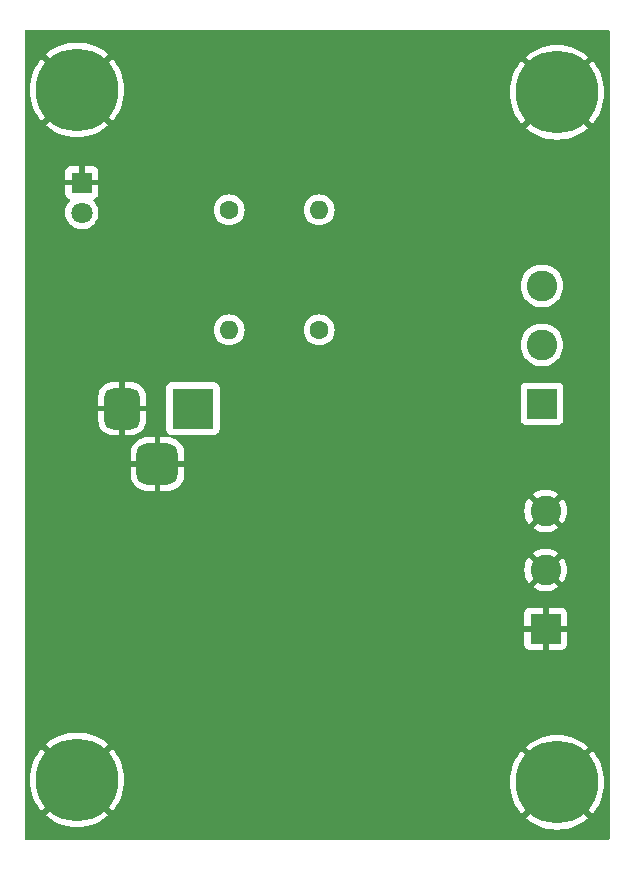
<source format=gbr>
%TF.GenerationSoftware,KiCad,Pcbnew,8.0.4*%
%TF.CreationDate,2024-11-12T18:47:43-08:00*%
%TF.ProjectId,PD Jack_RevA,5044204a-6163-46b5-9f52-6576412e6b69,rev?*%
%TF.SameCoordinates,Original*%
%TF.FileFunction,Copper,L1,Top*%
%TF.FilePolarity,Positive*%
%FSLAX46Y46*%
G04 Gerber Fmt 4.6, Leading zero omitted, Abs format (unit mm)*
G04 Created by KiCad (PCBNEW 8.0.4) date 2024-11-12 18:47:43*
%MOMM*%
%LPD*%
G01*
G04 APERTURE LIST*
G04 Aperture macros list*
%AMRoundRect*
0 Rectangle with rounded corners*
0 $1 Rounding radius*
0 $2 $3 $4 $5 $6 $7 $8 $9 X,Y pos of 4 corners*
0 Add a 4 corners polygon primitive as box body*
4,1,4,$2,$3,$4,$5,$6,$7,$8,$9,$2,$3,0*
0 Add four circle primitives for the rounded corners*
1,1,$1+$1,$2,$3*
1,1,$1+$1,$4,$5*
1,1,$1+$1,$6,$7*
1,1,$1+$1,$8,$9*
0 Add four rect primitives between the rounded corners*
20,1,$1+$1,$2,$3,$4,$5,0*
20,1,$1+$1,$4,$5,$6,$7,0*
20,1,$1+$1,$6,$7,$8,$9,0*
20,1,$1+$1,$8,$9,$2,$3,0*%
G04 Aperture macros list end*
%TA.AperFunction,ComponentPad*%
%ADD10C,7.000000*%
%TD*%
%TA.AperFunction,ComponentPad*%
%ADD11R,1.800000X1.800000*%
%TD*%
%TA.AperFunction,ComponentPad*%
%ADD12C,1.800000*%
%TD*%
%TA.AperFunction,ComponentPad*%
%ADD13R,3.500000X3.500000*%
%TD*%
%TA.AperFunction,ComponentPad*%
%ADD14RoundRect,0.750000X-0.750000X-1.000000X0.750000X-1.000000X0.750000X1.000000X-0.750000X1.000000X0*%
%TD*%
%TA.AperFunction,ComponentPad*%
%ADD15RoundRect,0.875000X-0.875000X-0.875000X0.875000X-0.875000X0.875000X0.875000X-0.875000X0.875000X0*%
%TD*%
%TA.AperFunction,ComponentPad*%
%ADD16C,1.600000*%
%TD*%
%TA.AperFunction,ComponentPad*%
%ADD17O,1.600000X1.600000*%
%TD*%
%TA.AperFunction,ComponentPad*%
%ADD18R,2.600000X2.600000*%
%TD*%
%TA.AperFunction,ComponentPad*%
%ADD19C,2.600000*%
%TD*%
G04 APERTURE END LIST*
D10*
%TO.P,H4,1,1*%
%TO.N,GND*%
X124460000Y-130810000D03*
%TD*%
D11*
%TO.P,D1,1,K*%
%TO.N,GND*%
X124865000Y-80237000D03*
D12*
%TO.P,D1,2,A*%
%TO.N,Net-(D1-A)*%
X124865000Y-82777000D03*
%TD*%
D13*
%TO.P,J1,1*%
%TO.N,18V*%
X134270000Y-99372500D03*
D14*
%TO.P,J1,2*%
%TO.N,GND*%
X128270000Y-99372500D03*
D15*
%TO.P,J1,3*%
X131270000Y-104072500D03*
%TD*%
D16*
%TO.P,R1,1*%
%TO.N,18V*%
X144958000Y-92710000D03*
D17*
%TO.P,R1,2*%
%TO.N,Net-(R1-Pad2)*%
X144958000Y-82550000D03*
%TD*%
D18*
%TO.P,(-)J3,1,Pin_1*%
%TO.N,GND*%
X164135000Y-118030000D03*
D19*
%TO.P,(-)J3,2,Pin_2*%
X164135000Y-113030000D03*
%TO.P,(-)J3,3,Pin_3*%
X164135000Y-108030000D03*
%TD*%
D10*
%TO.P,H2,1,1*%
%TO.N,GND*%
X165100000Y-131017000D03*
%TD*%
%TO.P,H1,1,1*%
%TO.N,GND*%
X165100000Y-72597000D03*
%TD*%
%TO.P,H3,1,1*%
%TO.N,GND*%
X124460000Y-72390000D03*
%TD*%
D18*
%TO.P,(+)J2,1,Pin_1*%
%TO.N,18V*%
X163830000Y-98980000D03*
D19*
%TO.P,(+)J2,2,Pin_2*%
X163830000Y-93980000D03*
%TO.P,(+)J2,3,Pin_3*%
X163830000Y-88980000D03*
%TD*%
D16*
%TO.P,R2,1*%
%TO.N,Net-(R1-Pad2)*%
X137338000Y-82550000D03*
D17*
%TO.P,R2,2*%
%TO.N,Net-(D1-A)*%
X137338000Y-92710000D03*
%TD*%
%TA.AperFunction,Conductor*%
%TO.N,GND*%
G36*
X169488039Y-67329685D02*
G01*
X169533794Y-67382489D01*
X169545000Y-67434000D01*
X169545000Y-135766000D01*
X169525315Y-135833039D01*
X169472511Y-135878794D01*
X169421000Y-135890000D01*
X120139000Y-135890000D01*
X120071961Y-135870315D01*
X120026206Y-135817511D01*
X120015000Y-135766000D01*
X120015000Y-130810000D01*
X120455176Y-130810000D01*
X120474461Y-131202550D01*
X120532129Y-131591308D01*
X120627625Y-131972549D01*
X120760016Y-132342559D01*
X120760023Y-132342575D01*
X120928062Y-132697864D01*
X121130109Y-133034958D01*
X121364228Y-133350632D01*
X121460068Y-133456376D01*
X121460069Y-133456376D01*
X123058381Y-131858064D01*
X123141457Y-131966331D01*
X123303669Y-132128543D01*
X123411934Y-132211617D01*
X121813622Y-133809929D01*
X121813622Y-133809930D01*
X121919367Y-133905771D01*
X122235041Y-134139890D01*
X122572135Y-134341937D01*
X122927424Y-134509976D01*
X122927440Y-134509983D01*
X123297450Y-134642374D01*
X123678691Y-134737870D01*
X124067449Y-134795538D01*
X124460000Y-134814823D01*
X124852550Y-134795538D01*
X125241308Y-134737870D01*
X125622549Y-134642374D01*
X125992559Y-134509983D01*
X125992575Y-134509976D01*
X126347864Y-134341937D01*
X126684958Y-134139890D01*
X127000632Y-133905770D01*
X127106376Y-133809929D01*
X125508065Y-132211618D01*
X125616331Y-132128543D01*
X125778543Y-131966331D01*
X125861618Y-131858065D01*
X127459929Y-133456376D01*
X127555770Y-133350632D01*
X127789890Y-133034958D01*
X127991937Y-132697864D01*
X128159976Y-132342575D01*
X128159983Y-132342559D01*
X128292374Y-131972549D01*
X128387870Y-131591308D01*
X128445538Y-131202550D01*
X128454654Y-131017000D01*
X161095176Y-131017000D01*
X161114461Y-131409550D01*
X161172129Y-131798308D01*
X161267625Y-132179549D01*
X161400016Y-132549559D01*
X161400023Y-132549575D01*
X161568062Y-132904864D01*
X161770109Y-133241958D01*
X162004228Y-133557632D01*
X162100068Y-133663376D01*
X162100069Y-133663376D01*
X163698381Y-132065064D01*
X163781457Y-132173331D01*
X163943669Y-132335543D01*
X164051934Y-132418617D01*
X162453622Y-134016929D01*
X162453622Y-134016930D01*
X162559367Y-134112771D01*
X162875041Y-134346890D01*
X163212135Y-134548937D01*
X163567424Y-134716976D01*
X163567440Y-134716983D01*
X163937450Y-134849374D01*
X164318691Y-134944870D01*
X164707449Y-135002538D01*
X165100000Y-135021823D01*
X165492550Y-135002538D01*
X165881308Y-134944870D01*
X166262549Y-134849374D01*
X166632559Y-134716983D01*
X166632575Y-134716976D01*
X166987864Y-134548937D01*
X167324958Y-134346890D01*
X167640632Y-134112770D01*
X167746376Y-134016929D01*
X166148065Y-132418618D01*
X166256331Y-132335543D01*
X166418543Y-132173331D01*
X166501618Y-132065065D01*
X168099929Y-133663376D01*
X168195770Y-133557632D01*
X168429890Y-133241958D01*
X168631937Y-132904864D01*
X168799976Y-132549575D01*
X168799983Y-132549559D01*
X168932374Y-132179549D01*
X169027870Y-131798308D01*
X169085538Y-131409550D01*
X169104823Y-131017000D01*
X169085538Y-130624449D01*
X169027870Y-130235691D01*
X168932374Y-129854450D01*
X168799983Y-129484440D01*
X168799976Y-129484424D01*
X168631937Y-129129135D01*
X168429890Y-128792041D01*
X168195771Y-128476367D01*
X168099930Y-128370622D01*
X168099929Y-128370622D01*
X166501617Y-129968934D01*
X166418543Y-129860669D01*
X166256331Y-129698457D01*
X166148065Y-129615381D01*
X167746376Y-128017069D01*
X167746376Y-128017068D01*
X167640632Y-127921228D01*
X167324958Y-127687109D01*
X166987864Y-127485062D01*
X166632575Y-127317023D01*
X166632559Y-127317016D01*
X166262549Y-127184625D01*
X165881308Y-127089129D01*
X165492550Y-127031461D01*
X165100000Y-127012176D01*
X164707449Y-127031461D01*
X164318691Y-127089129D01*
X163937450Y-127184625D01*
X163567440Y-127317016D01*
X163567424Y-127317023D01*
X163212135Y-127485062D01*
X162875041Y-127687109D01*
X162559368Y-127921228D01*
X162453622Y-128017069D01*
X164051934Y-129615381D01*
X163943669Y-129698457D01*
X163781457Y-129860669D01*
X163698382Y-129968934D01*
X162100069Y-128370622D01*
X162004228Y-128476368D01*
X161770109Y-128792041D01*
X161568062Y-129129135D01*
X161400023Y-129484424D01*
X161400016Y-129484440D01*
X161267625Y-129854450D01*
X161172129Y-130235691D01*
X161114461Y-130624449D01*
X161095176Y-131017000D01*
X128454654Y-131017000D01*
X128464823Y-130810000D01*
X128445538Y-130417449D01*
X128387870Y-130028691D01*
X128292374Y-129647450D01*
X128159983Y-129277440D01*
X128159976Y-129277424D01*
X127991937Y-128922135D01*
X127789890Y-128585041D01*
X127555771Y-128269367D01*
X127459930Y-128163622D01*
X127459929Y-128163622D01*
X125861617Y-129761934D01*
X125778543Y-129653669D01*
X125616331Y-129491457D01*
X125508065Y-129408381D01*
X127106376Y-127810069D01*
X127106376Y-127810068D01*
X127000632Y-127714228D01*
X126684958Y-127480109D01*
X126347864Y-127278062D01*
X125992575Y-127110023D01*
X125992559Y-127110016D01*
X125622549Y-126977625D01*
X125241308Y-126882129D01*
X124852550Y-126824461D01*
X124460000Y-126805176D01*
X124067449Y-126824461D01*
X123678691Y-126882129D01*
X123297450Y-126977625D01*
X122927440Y-127110016D01*
X122927424Y-127110023D01*
X122572135Y-127278062D01*
X122235041Y-127480109D01*
X121919368Y-127714228D01*
X121813622Y-127810069D01*
X123411934Y-129408381D01*
X123303669Y-129491457D01*
X123141457Y-129653669D01*
X123058381Y-129761934D01*
X121460069Y-128163622D01*
X121364228Y-128269368D01*
X121130109Y-128585041D01*
X120928062Y-128922135D01*
X120760023Y-129277424D01*
X120760016Y-129277440D01*
X120627625Y-129647450D01*
X120532129Y-130028691D01*
X120474461Y-130417449D01*
X120455176Y-130810000D01*
X120015000Y-130810000D01*
X120015000Y-116682155D01*
X162335000Y-116682155D01*
X162335000Y-117780000D01*
X163534999Y-117780000D01*
X163509979Y-117840402D01*
X163485000Y-117965981D01*
X163485000Y-118094019D01*
X163509979Y-118219598D01*
X163534999Y-118280000D01*
X162335000Y-118280000D01*
X162335000Y-119377844D01*
X162341401Y-119437372D01*
X162341403Y-119437379D01*
X162391645Y-119572086D01*
X162391649Y-119572093D01*
X162477809Y-119687187D01*
X162477812Y-119687190D01*
X162592906Y-119773350D01*
X162592913Y-119773354D01*
X162727620Y-119823596D01*
X162727627Y-119823598D01*
X162787155Y-119829999D01*
X162787172Y-119830000D01*
X163885000Y-119830000D01*
X163885000Y-118630001D01*
X163945402Y-118655021D01*
X164070981Y-118680000D01*
X164199019Y-118680000D01*
X164324598Y-118655021D01*
X164385000Y-118630001D01*
X164385000Y-119830000D01*
X165482828Y-119830000D01*
X165482844Y-119829999D01*
X165542372Y-119823598D01*
X165542379Y-119823596D01*
X165677086Y-119773354D01*
X165677093Y-119773350D01*
X165792187Y-119687190D01*
X165792190Y-119687187D01*
X165878350Y-119572093D01*
X165878354Y-119572086D01*
X165928596Y-119437379D01*
X165928598Y-119437372D01*
X165934999Y-119377844D01*
X165935000Y-119377827D01*
X165935000Y-118280000D01*
X164735001Y-118280000D01*
X164760021Y-118219598D01*
X164785000Y-118094019D01*
X164785000Y-117965981D01*
X164760021Y-117840402D01*
X164735001Y-117780000D01*
X165935000Y-117780000D01*
X165935000Y-116682172D01*
X165934999Y-116682155D01*
X165928598Y-116622627D01*
X165928596Y-116622620D01*
X165878354Y-116487913D01*
X165878350Y-116487906D01*
X165792190Y-116372812D01*
X165792187Y-116372809D01*
X165677093Y-116286649D01*
X165677086Y-116286645D01*
X165542379Y-116236403D01*
X165542372Y-116236401D01*
X165482844Y-116230000D01*
X164385000Y-116230000D01*
X164385000Y-117429998D01*
X164324598Y-117404979D01*
X164199019Y-117380000D01*
X164070981Y-117380000D01*
X163945402Y-117404979D01*
X163885000Y-117429998D01*
X163885000Y-116230000D01*
X162787155Y-116230000D01*
X162727627Y-116236401D01*
X162727620Y-116236403D01*
X162592913Y-116286645D01*
X162592906Y-116286649D01*
X162477812Y-116372809D01*
X162477809Y-116372812D01*
X162391649Y-116487906D01*
X162391645Y-116487913D01*
X162341403Y-116622620D01*
X162341401Y-116622627D01*
X162335000Y-116682155D01*
X120015000Y-116682155D01*
X120015000Y-113029995D01*
X162329953Y-113029995D01*
X162329953Y-113030004D01*
X162350113Y-113299026D01*
X162350113Y-113299028D01*
X162410142Y-113562033D01*
X162410148Y-113562052D01*
X162508709Y-113813181D01*
X162508708Y-113813181D01*
X162643602Y-114046822D01*
X162697294Y-114114151D01*
X162697295Y-114114151D01*
X163533958Y-113277488D01*
X163558978Y-113337890D01*
X163630112Y-113444351D01*
X163720649Y-113534888D01*
X163827110Y-113606022D01*
X163887510Y-113631041D01*
X163049848Y-114468702D01*
X163232483Y-114593220D01*
X163232485Y-114593221D01*
X163475539Y-114710269D01*
X163475537Y-114710269D01*
X163733337Y-114789790D01*
X163733343Y-114789792D01*
X164000101Y-114829999D01*
X164000110Y-114830000D01*
X164269890Y-114830000D01*
X164269898Y-114829999D01*
X164536656Y-114789792D01*
X164536662Y-114789790D01*
X164794461Y-114710269D01*
X165037521Y-114593218D01*
X165220150Y-114468702D01*
X164382488Y-113631041D01*
X164442890Y-113606022D01*
X164549351Y-113534888D01*
X164639888Y-113444351D01*
X164711022Y-113337890D01*
X164736041Y-113277489D01*
X165572703Y-114114151D01*
X165572704Y-114114150D01*
X165626393Y-114046828D01*
X165626400Y-114046817D01*
X165761290Y-113813181D01*
X165859851Y-113562052D01*
X165859857Y-113562033D01*
X165919886Y-113299028D01*
X165919886Y-113299026D01*
X165940047Y-113030004D01*
X165940047Y-113029995D01*
X165919886Y-112760973D01*
X165919886Y-112760971D01*
X165859857Y-112497966D01*
X165859851Y-112497947D01*
X165761290Y-112246818D01*
X165761291Y-112246818D01*
X165626397Y-112013177D01*
X165572704Y-111945847D01*
X164736041Y-112782510D01*
X164711022Y-112722110D01*
X164639888Y-112615649D01*
X164549351Y-112525112D01*
X164442890Y-112453978D01*
X164382488Y-112428958D01*
X165220150Y-111591296D01*
X165037517Y-111466779D01*
X165037516Y-111466778D01*
X164794460Y-111349730D01*
X164794462Y-111349730D01*
X164536662Y-111270209D01*
X164536656Y-111270207D01*
X164269898Y-111230000D01*
X164000101Y-111230000D01*
X163733343Y-111270207D01*
X163733337Y-111270209D01*
X163475538Y-111349730D01*
X163232485Y-111466778D01*
X163232476Y-111466783D01*
X163049848Y-111591296D01*
X163887511Y-112428958D01*
X163827110Y-112453978D01*
X163720649Y-112525112D01*
X163630112Y-112615649D01*
X163558978Y-112722110D01*
X163533958Y-112782511D01*
X162697295Y-111945848D01*
X162643600Y-112013180D01*
X162508709Y-112246818D01*
X162410148Y-112497947D01*
X162410142Y-112497966D01*
X162350113Y-112760971D01*
X162350113Y-112760973D01*
X162329953Y-113029995D01*
X120015000Y-113029995D01*
X120015000Y-108029995D01*
X162329953Y-108029995D01*
X162329953Y-108030004D01*
X162350113Y-108299026D01*
X162350113Y-108299028D01*
X162410142Y-108562033D01*
X162410148Y-108562052D01*
X162508709Y-108813181D01*
X162508708Y-108813181D01*
X162643602Y-109046822D01*
X162697294Y-109114151D01*
X162697295Y-109114151D01*
X163533958Y-108277488D01*
X163558978Y-108337890D01*
X163630112Y-108444351D01*
X163720649Y-108534888D01*
X163827110Y-108606022D01*
X163887510Y-108631041D01*
X163049848Y-109468702D01*
X163232483Y-109593220D01*
X163232485Y-109593221D01*
X163475539Y-109710269D01*
X163475537Y-109710269D01*
X163733337Y-109789790D01*
X163733343Y-109789792D01*
X164000101Y-109829999D01*
X164000110Y-109830000D01*
X164269890Y-109830000D01*
X164269898Y-109829999D01*
X164536656Y-109789792D01*
X164536662Y-109789790D01*
X164794461Y-109710269D01*
X165037521Y-109593218D01*
X165220150Y-109468702D01*
X164382488Y-108631041D01*
X164442890Y-108606022D01*
X164549351Y-108534888D01*
X164639888Y-108444351D01*
X164711022Y-108337890D01*
X164736041Y-108277489D01*
X165572703Y-109114151D01*
X165572704Y-109114150D01*
X165626393Y-109046828D01*
X165626400Y-109046817D01*
X165761290Y-108813181D01*
X165859851Y-108562052D01*
X165859857Y-108562033D01*
X165919886Y-108299028D01*
X165919886Y-108299026D01*
X165940047Y-108030004D01*
X165940047Y-108029995D01*
X165919886Y-107760973D01*
X165919886Y-107760971D01*
X165859857Y-107497966D01*
X165859851Y-107497947D01*
X165761290Y-107246818D01*
X165761291Y-107246818D01*
X165626397Y-107013177D01*
X165572704Y-106945847D01*
X164736041Y-107782510D01*
X164711022Y-107722110D01*
X164639888Y-107615649D01*
X164549351Y-107525112D01*
X164442890Y-107453978D01*
X164382488Y-107428958D01*
X165220150Y-106591296D01*
X165037517Y-106466779D01*
X165037516Y-106466778D01*
X164794460Y-106349730D01*
X164794462Y-106349730D01*
X164536662Y-106270209D01*
X164536656Y-106270207D01*
X164269898Y-106230000D01*
X164000101Y-106230000D01*
X163733343Y-106270207D01*
X163733337Y-106270209D01*
X163475538Y-106349730D01*
X163232485Y-106466778D01*
X163232476Y-106466783D01*
X163049848Y-106591296D01*
X163887511Y-107428958D01*
X163827110Y-107453978D01*
X163720649Y-107525112D01*
X163630112Y-107615649D01*
X163558978Y-107722110D01*
X163533958Y-107782511D01*
X162697295Y-106945848D01*
X162643600Y-107013180D01*
X162508709Y-107246818D01*
X162410148Y-107497947D01*
X162410142Y-107497966D01*
X162350113Y-107760971D01*
X162350113Y-107760973D01*
X162329953Y-108029995D01*
X120015000Y-108029995D01*
X120015000Y-103103921D01*
X129020000Y-103103921D01*
X129020000Y-103822500D01*
X129836988Y-103822500D01*
X129804075Y-103879507D01*
X129770000Y-104006674D01*
X129770000Y-104138326D01*
X129804075Y-104265493D01*
X129836988Y-104322500D01*
X129020001Y-104322500D01*
X129020001Y-105041088D01*
X129022794Y-105093691D01*
X129067237Y-105323487D01*
X129149879Y-105542475D01*
X129268339Y-105744341D01*
X129268344Y-105744348D01*
X129419211Y-105923286D01*
X129419213Y-105923288D01*
X129598151Y-106074155D01*
X129598158Y-106074160D01*
X129800024Y-106192620D01*
X130019012Y-106275262D01*
X130248809Y-106319705D01*
X130301382Y-106322498D01*
X130301421Y-106322499D01*
X131019999Y-106322499D01*
X131020000Y-106322498D01*
X131020000Y-104572500D01*
X131520000Y-104572500D01*
X131520000Y-106322499D01*
X132238576Y-106322499D01*
X132238588Y-106322498D01*
X132291191Y-106319705D01*
X132520987Y-106275262D01*
X132739975Y-106192620D01*
X132941841Y-106074160D01*
X132941848Y-106074155D01*
X133120786Y-105923288D01*
X133120788Y-105923286D01*
X133271655Y-105744348D01*
X133271660Y-105744341D01*
X133390120Y-105542475D01*
X133472762Y-105323487D01*
X133517205Y-105093691D01*
X133517205Y-105093690D01*
X133519998Y-105041117D01*
X133520000Y-105041078D01*
X133520000Y-104322500D01*
X132703012Y-104322500D01*
X132735925Y-104265493D01*
X132770000Y-104138326D01*
X132770000Y-104006674D01*
X132735925Y-103879507D01*
X132703012Y-103822500D01*
X133519999Y-103822500D01*
X133519999Y-103103923D01*
X133519998Y-103103911D01*
X133517205Y-103051308D01*
X133472762Y-102821512D01*
X133390120Y-102602524D01*
X133271660Y-102400658D01*
X133271655Y-102400651D01*
X133120788Y-102221713D01*
X133120786Y-102221711D01*
X132941848Y-102070844D01*
X132941841Y-102070839D01*
X132739975Y-101952379D01*
X132520984Y-101869736D01*
X132515840Y-101868741D01*
X132453760Y-101836680D01*
X132418869Y-101776146D01*
X132422244Y-101706358D01*
X132462814Y-101649473D01*
X132527697Y-101623552D01*
X132539374Y-101622999D01*
X136067872Y-101622999D01*
X136127483Y-101616591D01*
X136262331Y-101566296D01*
X136377546Y-101480046D01*
X136463796Y-101364831D01*
X136514091Y-101229983D01*
X136520500Y-101170373D01*
X136520499Y-97632135D01*
X162029500Y-97632135D01*
X162029500Y-100327870D01*
X162029501Y-100327876D01*
X162035908Y-100387483D01*
X162086202Y-100522328D01*
X162086206Y-100522335D01*
X162172452Y-100637544D01*
X162172455Y-100637547D01*
X162287664Y-100723793D01*
X162287671Y-100723797D01*
X162422517Y-100774091D01*
X162422516Y-100774091D01*
X162429444Y-100774835D01*
X162482127Y-100780500D01*
X165177872Y-100780499D01*
X165237483Y-100774091D01*
X165372331Y-100723796D01*
X165487546Y-100637546D01*
X165573796Y-100522331D01*
X165624091Y-100387483D01*
X165630500Y-100327873D01*
X165630499Y-97632128D01*
X165624091Y-97572517D01*
X165622467Y-97568164D01*
X165573797Y-97437671D01*
X165573793Y-97437664D01*
X165487547Y-97322455D01*
X165487544Y-97322452D01*
X165372335Y-97236206D01*
X165372328Y-97236202D01*
X165237482Y-97185908D01*
X165237483Y-97185908D01*
X165177883Y-97179501D01*
X165177881Y-97179500D01*
X165177873Y-97179500D01*
X165177864Y-97179500D01*
X162482129Y-97179500D01*
X162482123Y-97179501D01*
X162422516Y-97185908D01*
X162287671Y-97236202D01*
X162287664Y-97236206D01*
X162172455Y-97322452D01*
X162172452Y-97322455D01*
X162086206Y-97437664D01*
X162086202Y-97437671D01*
X162035908Y-97572517D01*
X162029501Y-97632116D01*
X162029501Y-97632123D01*
X162029500Y-97632135D01*
X136520499Y-97632135D01*
X136520499Y-97574628D01*
X136514091Y-97515017D01*
X136485240Y-97437664D01*
X136463797Y-97380171D01*
X136463793Y-97380164D01*
X136377547Y-97264955D01*
X136377544Y-97264952D01*
X136262335Y-97178706D01*
X136262328Y-97178702D01*
X136127482Y-97128408D01*
X136127483Y-97128408D01*
X136067883Y-97122001D01*
X136067881Y-97122000D01*
X136067873Y-97122000D01*
X136067864Y-97122000D01*
X132472129Y-97122000D01*
X132472123Y-97122001D01*
X132412516Y-97128408D01*
X132277671Y-97178702D01*
X132277664Y-97178706D01*
X132162455Y-97264952D01*
X132162452Y-97264955D01*
X132076206Y-97380164D01*
X132076202Y-97380171D01*
X132025908Y-97515017D01*
X132019727Y-97572516D01*
X132019501Y-97574623D01*
X132019500Y-97574635D01*
X132019500Y-101170370D01*
X132019501Y-101170376D01*
X132025908Y-101229983D01*
X132076202Y-101364828D01*
X132076206Y-101364835D01*
X132162452Y-101480044D01*
X132162455Y-101480047D01*
X132277664Y-101566293D01*
X132277673Y-101566298D01*
X132326506Y-101584511D01*
X132382440Y-101626381D01*
X132406858Y-101691845D01*
X132392007Y-101760118D01*
X132342603Y-101809524D01*
X132276598Y-101824518D01*
X132238625Y-101822501D01*
X132238579Y-101822500D01*
X131520000Y-101822500D01*
X131520000Y-103572500D01*
X131020000Y-103572500D01*
X131020000Y-101822500D01*
X130301423Y-101822500D01*
X130301411Y-101822501D01*
X130248808Y-101825294D01*
X130019012Y-101869737D01*
X129800024Y-101952379D01*
X129598158Y-102070839D01*
X129598151Y-102070844D01*
X129419213Y-102221711D01*
X129419211Y-102221713D01*
X129268344Y-102400651D01*
X129268339Y-102400658D01*
X129149879Y-102602524D01*
X129067237Y-102821512D01*
X129022794Y-103051308D01*
X129022794Y-103051309D01*
X129020001Y-103103882D01*
X129020000Y-103103921D01*
X120015000Y-103103921D01*
X120015000Y-98308303D01*
X126270000Y-98308303D01*
X126270000Y-99122500D01*
X127770000Y-99122500D01*
X127770000Y-99622500D01*
X126270001Y-99622500D01*
X126270001Y-100436697D01*
X126280400Y-100568832D01*
X126335377Y-100787019D01*
X126428428Y-100991874D01*
X126428431Y-100991880D01*
X126556559Y-101176823D01*
X126556569Y-101176835D01*
X126715664Y-101335930D01*
X126715676Y-101335940D01*
X126900619Y-101464068D01*
X126900625Y-101464071D01*
X127105480Y-101557122D01*
X127323667Y-101612099D01*
X127455810Y-101622499D01*
X128019999Y-101622499D01*
X128020000Y-101622498D01*
X128020000Y-100805512D01*
X128077007Y-100838425D01*
X128204174Y-100872500D01*
X128335826Y-100872500D01*
X128462993Y-100838425D01*
X128520000Y-100805512D01*
X128520000Y-101622499D01*
X129084182Y-101622499D01*
X129084197Y-101622498D01*
X129216332Y-101612099D01*
X129434519Y-101557122D01*
X129639374Y-101464071D01*
X129639380Y-101464068D01*
X129824323Y-101335940D01*
X129824335Y-101335930D01*
X129983430Y-101176835D01*
X129983440Y-101176823D01*
X130111568Y-100991880D01*
X130111571Y-100991874D01*
X130204622Y-100787019D01*
X130259599Y-100568832D01*
X130269999Y-100436696D01*
X130270000Y-100436684D01*
X130270000Y-99622500D01*
X128770000Y-99622500D01*
X128770000Y-99122500D01*
X130269999Y-99122500D01*
X130269999Y-98308317D01*
X130269998Y-98308302D01*
X130259599Y-98176167D01*
X130204622Y-97957980D01*
X130111571Y-97753125D01*
X130111568Y-97753119D01*
X129983440Y-97568176D01*
X129983430Y-97568164D01*
X129824335Y-97409069D01*
X129824323Y-97409059D01*
X129639380Y-97280931D01*
X129639374Y-97280928D01*
X129434519Y-97187877D01*
X129216332Y-97132900D01*
X129084196Y-97122500D01*
X128520000Y-97122500D01*
X128520000Y-97939488D01*
X128462993Y-97906575D01*
X128335826Y-97872500D01*
X128204174Y-97872500D01*
X128077007Y-97906575D01*
X128020000Y-97939488D01*
X128020000Y-97122500D01*
X127455817Y-97122500D01*
X127455802Y-97122501D01*
X127323667Y-97132900D01*
X127105480Y-97187877D01*
X126900625Y-97280928D01*
X126900619Y-97280931D01*
X126715676Y-97409059D01*
X126715664Y-97409069D01*
X126556569Y-97568164D01*
X126556559Y-97568176D01*
X126428431Y-97753119D01*
X126428428Y-97753125D01*
X126335377Y-97957980D01*
X126280400Y-98176167D01*
X126270000Y-98308303D01*
X120015000Y-98308303D01*
X120015000Y-92709998D01*
X136032532Y-92709998D01*
X136032532Y-92710001D01*
X136052364Y-92936686D01*
X136052366Y-92936697D01*
X136111258Y-93156488D01*
X136111261Y-93156497D01*
X136207431Y-93362732D01*
X136207432Y-93362734D01*
X136337954Y-93549141D01*
X136498858Y-93710045D01*
X136498861Y-93710047D01*
X136685266Y-93840568D01*
X136891504Y-93936739D01*
X137111308Y-93995635D01*
X137273230Y-94009801D01*
X137337998Y-94015468D01*
X137338000Y-94015468D01*
X137338002Y-94015468D01*
X137394673Y-94010509D01*
X137564692Y-93995635D01*
X137784496Y-93936739D01*
X137990734Y-93840568D01*
X138177139Y-93710047D01*
X138338047Y-93549139D01*
X138468568Y-93362734D01*
X138564739Y-93156496D01*
X138623635Y-92936692D01*
X138643468Y-92710000D01*
X138643468Y-92709998D01*
X143652532Y-92709998D01*
X143652532Y-92710001D01*
X143672364Y-92936686D01*
X143672366Y-92936697D01*
X143731258Y-93156488D01*
X143731261Y-93156497D01*
X143827431Y-93362732D01*
X143827432Y-93362734D01*
X143957954Y-93549141D01*
X144118858Y-93710045D01*
X144118861Y-93710047D01*
X144305266Y-93840568D01*
X144511504Y-93936739D01*
X144731308Y-93995635D01*
X144893230Y-94009801D01*
X144957998Y-94015468D01*
X144958000Y-94015468D01*
X144958002Y-94015468D01*
X145014673Y-94010509D01*
X145184692Y-93995635D01*
X145243062Y-93979995D01*
X162024451Y-93979995D01*
X162024451Y-93980004D01*
X162044616Y-94249101D01*
X162104664Y-94512188D01*
X162104666Y-94512195D01*
X162203257Y-94763398D01*
X162338185Y-94997102D01*
X162474080Y-95167509D01*
X162506442Y-95208089D01*
X162693183Y-95381358D01*
X162704259Y-95391635D01*
X162927226Y-95543651D01*
X163170359Y-95660738D01*
X163428228Y-95740280D01*
X163428229Y-95740280D01*
X163428232Y-95740281D01*
X163695063Y-95780499D01*
X163695068Y-95780499D01*
X163695071Y-95780500D01*
X163695072Y-95780500D01*
X163964928Y-95780500D01*
X163964929Y-95780500D01*
X163964936Y-95780499D01*
X164231767Y-95740281D01*
X164231768Y-95740280D01*
X164231772Y-95740280D01*
X164489641Y-95660738D01*
X164732775Y-95543651D01*
X164955741Y-95391635D01*
X165153561Y-95208085D01*
X165321815Y-94997102D01*
X165456743Y-94763398D01*
X165555334Y-94512195D01*
X165615383Y-94249103D01*
X165632891Y-94015468D01*
X165635549Y-93980004D01*
X165635549Y-93979995D01*
X165615383Y-93710898D01*
X165615189Y-93710047D01*
X165555334Y-93447805D01*
X165456743Y-93196602D01*
X165321815Y-92962898D01*
X165153561Y-92751915D01*
X165153560Y-92751914D01*
X165153557Y-92751910D01*
X164955741Y-92568365D01*
X164732775Y-92416349D01*
X164732769Y-92416346D01*
X164732768Y-92416345D01*
X164732767Y-92416344D01*
X164489643Y-92299263D01*
X164489645Y-92299263D01*
X164231773Y-92219720D01*
X164231767Y-92219718D01*
X163964936Y-92179500D01*
X163964929Y-92179500D01*
X163695071Y-92179500D01*
X163695063Y-92179500D01*
X163428232Y-92219718D01*
X163428226Y-92219720D01*
X163170358Y-92299262D01*
X162927230Y-92416346D01*
X162704258Y-92568365D01*
X162506442Y-92751910D01*
X162338185Y-92962898D01*
X162203258Y-93196599D01*
X162203256Y-93196603D01*
X162104666Y-93447804D01*
X162104664Y-93447811D01*
X162044616Y-93710898D01*
X162024451Y-93979995D01*
X145243062Y-93979995D01*
X145404496Y-93936739D01*
X145610734Y-93840568D01*
X145797139Y-93710047D01*
X145958047Y-93549139D01*
X146088568Y-93362734D01*
X146184739Y-93156496D01*
X146243635Y-92936692D01*
X146263468Y-92710000D01*
X146243635Y-92483308D01*
X146184739Y-92263504D01*
X146088568Y-92057266D01*
X145958047Y-91870861D01*
X145958045Y-91870858D01*
X145797141Y-91709954D01*
X145610734Y-91579432D01*
X145610732Y-91579431D01*
X145404497Y-91483261D01*
X145404488Y-91483258D01*
X145184697Y-91424366D01*
X145184693Y-91424365D01*
X145184692Y-91424365D01*
X145184691Y-91424364D01*
X145184686Y-91424364D01*
X144958002Y-91404532D01*
X144957998Y-91404532D01*
X144731313Y-91424364D01*
X144731302Y-91424366D01*
X144511511Y-91483258D01*
X144511502Y-91483261D01*
X144305267Y-91579431D01*
X144305265Y-91579432D01*
X144118858Y-91709954D01*
X143957954Y-91870858D01*
X143827432Y-92057265D01*
X143827431Y-92057267D01*
X143731261Y-92263502D01*
X143731258Y-92263511D01*
X143672366Y-92483302D01*
X143672364Y-92483313D01*
X143652532Y-92709998D01*
X138643468Y-92709998D01*
X138623635Y-92483308D01*
X138564739Y-92263504D01*
X138468568Y-92057266D01*
X138338047Y-91870861D01*
X138338045Y-91870858D01*
X138177141Y-91709954D01*
X137990734Y-91579432D01*
X137990732Y-91579431D01*
X137784497Y-91483261D01*
X137784488Y-91483258D01*
X137564697Y-91424366D01*
X137564693Y-91424365D01*
X137564692Y-91424365D01*
X137564691Y-91424364D01*
X137564686Y-91424364D01*
X137338002Y-91404532D01*
X137337998Y-91404532D01*
X137111313Y-91424364D01*
X137111302Y-91424366D01*
X136891511Y-91483258D01*
X136891502Y-91483261D01*
X136685267Y-91579431D01*
X136685265Y-91579432D01*
X136498858Y-91709954D01*
X136337954Y-91870858D01*
X136207432Y-92057265D01*
X136207431Y-92057267D01*
X136111261Y-92263502D01*
X136111258Y-92263511D01*
X136052366Y-92483302D01*
X136052364Y-92483313D01*
X136032532Y-92709998D01*
X120015000Y-92709998D01*
X120015000Y-88979995D01*
X162024451Y-88979995D01*
X162024451Y-88980004D01*
X162044616Y-89249101D01*
X162104664Y-89512188D01*
X162104666Y-89512195D01*
X162203257Y-89763398D01*
X162338185Y-89997102D01*
X162474080Y-90167509D01*
X162506442Y-90208089D01*
X162693183Y-90381358D01*
X162704259Y-90391635D01*
X162927226Y-90543651D01*
X163170359Y-90660738D01*
X163428228Y-90740280D01*
X163428229Y-90740280D01*
X163428232Y-90740281D01*
X163695063Y-90780499D01*
X163695068Y-90780499D01*
X163695071Y-90780500D01*
X163695072Y-90780500D01*
X163964928Y-90780500D01*
X163964929Y-90780500D01*
X163964936Y-90780499D01*
X164231767Y-90740281D01*
X164231768Y-90740280D01*
X164231772Y-90740280D01*
X164489641Y-90660738D01*
X164732775Y-90543651D01*
X164955741Y-90391635D01*
X165153561Y-90208085D01*
X165321815Y-89997102D01*
X165456743Y-89763398D01*
X165555334Y-89512195D01*
X165615383Y-89249103D01*
X165635549Y-88980000D01*
X165615383Y-88710897D01*
X165555334Y-88447805D01*
X165456743Y-88196602D01*
X165321815Y-87962898D01*
X165153561Y-87751915D01*
X165153560Y-87751914D01*
X165153557Y-87751910D01*
X164955741Y-87568365D01*
X164732775Y-87416349D01*
X164732769Y-87416346D01*
X164732768Y-87416345D01*
X164732767Y-87416344D01*
X164489643Y-87299263D01*
X164489645Y-87299263D01*
X164231773Y-87219720D01*
X164231767Y-87219718D01*
X163964936Y-87179500D01*
X163964929Y-87179500D01*
X163695071Y-87179500D01*
X163695063Y-87179500D01*
X163428232Y-87219718D01*
X163428226Y-87219720D01*
X163170358Y-87299262D01*
X162927230Y-87416346D01*
X162704258Y-87568365D01*
X162506442Y-87751910D01*
X162338185Y-87962898D01*
X162203258Y-88196599D01*
X162203256Y-88196603D01*
X162104666Y-88447804D01*
X162104664Y-88447811D01*
X162044616Y-88710898D01*
X162024451Y-88979995D01*
X120015000Y-88979995D01*
X120015000Y-82776993D01*
X123459700Y-82776993D01*
X123459700Y-82777006D01*
X123478864Y-83008297D01*
X123478866Y-83008308D01*
X123535842Y-83233300D01*
X123629075Y-83445848D01*
X123756016Y-83640147D01*
X123756019Y-83640151D01*
X123756021Y-83640153D01*
X123913216Y-83810913D01*
X123913219Y-83810915D01*
X123913222Y-83810918D01*
X124096365Y-83953464D01*
X124096371Y-83953468D01*
X124096374Y-83953470D01*
X124300497Y-84063936D01*
X124414487Y-84103068D01*
X124520015Y-84139297D01*
X124520017Y-84139297D01*
X124520019Y-84139298D01*
X124748951Y-84177500D01*
X124748952Y-84177500D01*
X124981048Y-84177500D01*
X124981049Y-84177500D01*
X125209981Y-84139298D01*
X125429503Y-84063936D01*
X125633626Y-83953470D01*
X125816784Y-83810913D01*
X125973979Y-83640153D01*
X126100924Y-83445849D01*
X126194157Y-83233300D01*
X126251134Y-83008305D01*
X126251135Y-83008297D01*
X126270300Y-82777006D01*
X126270300Y-82776993D01*
X126251491Y-82549998D01*
X136032532Y-82549998D01*
X136032532Y-82550001D01*
X136052364Y-82776686D01*
X136052366Y-82776697D01*
X136111258Y-82996488D01*
X136111261Y-82996497D01*
X136207431Y-83202732D01*
X136207432Y-83202734D01*
X136337954Y-83389141D01*
X136498858Y-83550045D01*
X136498861Y-83550047D01*
X136685266Y-83680568D01*
X136891504Y-83776739D01*
X137111308Y-83835635D01*
X137273230Y-83849801D01*
X137337998Y-83855468D01*
X137338000Y-83855468D01*
X137338002Y-83855468D01*
X137394673Y-83850509D01*
X137564692Y-83835635D01*
X137784496Y-83776739D01*
X137990734Y-83680568D01*
X138177139Y-83550047D01*
X138338047Y-83389139D01*
X138468568Y-83202734D01*
X138564739Y-82996496D01*
X138623635Y-82776692D01*
X138643468Y-82550000D01*
X138643468Y-82549998D01*
X143652532Y-82549998D01*
X143652532Y-82550001D01*
X143672364Y-82776686D01*
X143672366Y-82776697D01*
X143731258Y-82996488D01*
X143731261Y-82996497D01*
X143827431Y-83202732D01*
X143827432Y-83202734D01*
X143957954Y-83389141D01*
X144118858Y-83550045D01*
X144118861Y-83550047D01*
X144305266Y-83680568D01*
X144511504Y-83776739D01*
X144731308Y-83835635D01*
X144893230Y-83849801D01*
X144957998Y-83855468D01*
X144958000Y-83855468D01*
X144958002Y-83855468D01*
X145014673Y-83850509D01*
X145184692Y-83835635D01*
X145404496Y-83776739D01*
X145610734Y-83680568D01*
X145797139Y-83550047D01*
X145958047Y-83389139D01*
X146088568Y-83202734D01*
X146184739Y-82996496D01*
X146243635Y-82776692D01*
X146263468Y-82550000D01*
X146263091Y-82545695D01*
X146243635Y-82323313D01*
X146243635Y-82323308D01*
X146184739Y-82103504D01*
X146088568Y-81897266D01*
X145958047Y-81710861D01*
X145958045Y-81710858D01*
X145797141Y-81549954D01*
X145610734Y-81419432D01*
X145610732Y-81419431D01*
X145404497Y-81323261D01*
X145404488Y-81323258D01*
X145184697Y-81264366D01*
X145184693Y-81264365D01*
X145184692Y-81264365D01*
X145184691Y-81264364D01*
X145184686Y-81264364D01*
X144958002Y-81244532D01*
X144957998Y-81244532D01*
X144731313Y-81264364D01*
X144731302Y-81264366D01*
X144511511Y-81323258D01*
X144511502Y-81323261D01*
X144305267Y-81419431D01*
X144305265Y-81419432D01*
X144118858Y-81549954D01*
X143957954Y-81710858D01*
X143827432Y-81897265D01*
X143827431Y-81897267D01*
X143731261Y-82103502D01*
X143731258Y-82103511D01*
X143672366Y-82323302D01*
X143672364Y-82323313D01*
X143652532Y-82549998D01*
X138643468Y-82549998D01*
X138643091Y-82545695D01*
X138623635Y-82323313D01*
X138623635Y-82323308D01*
X138564739Y-82103504D01*
X138468568Y-81897266D01*
X138338047Y-81710861D01*
X138338045Y-81710858D01*
X138177141Y-81549954D01*
X137990734Y-81419432D01*
X137990732Y-81419431D01*
X137784497Y-81323261D01*
X137784488Y-81323258D01*
X137564697Y-81264366D01*
X137564693Y-81264365D01*
X137564692Y-81264365D01*
X137564691Y-81264364D01*
X137564686Y-81264364D01*
X137338002Y-81244532D01*
X137337998Y-81244532D01*
X137111313Y-81264364D01*
X137111302Y-81264366D01*
X136891511Y-81323258D01*
X136891502Y-81323261D01*
X136685267Y-81419431D01*
X136685265Y-81419432D01*
X136498858Y-81549954D01*
X136337954Y-81710858D01*
X136207432Y-81897265D01*
X136207431Y-81897267D01*
X136111261Y-82103502D01*
X136111258Y-82103511D01*
X136052366Y-82323302D01*
X136052364Y-82323313D01*
X136032532Y-82549998D01*
X126251491Y-82549998D01*
X126251135Y-82545702D01*
X126251133Y-82545691D01*
X126194157Y-82320699D01*
X126100924Y-82108151D01*
X125973981Y-81913849D01*
X125878832Y-81810489D01*
X125847910Y-81747835D01*
X125855770Y-81678409D01*
X125899918Y-81624253D01*
X125926730Y-81610325D01*
X126007084Y-81580355D01*
X126007093Y-81580350D01*
X126122187Y-81494190D01*
X126122190Y-81494187D01*
X126208350Y-81379093D01*
X126208354Y-81379086D01*
X126258596Y-81244379D01*
X126258598Y-81244372D01*
X126264999Y-81184844D01*
X126265000Y-81184827D01*
X126265000Y-80487000D01*
X125240278Y-80487000D01*
X125284333Y-80410694D01*
X125315000Y-80296244D01*
X125315000Y-80177756D01*
X125284333Y-80063306D01*
X125240278Y-79987000D01*
X126265000Y-79987000D01*
X126265000Y-79289172D01*
X126264999Y-79289155D01*
X126258598Y-79229627D01*
X126258596Y-79229620D01*
X126208354Y-79094913D01*
X126208350Y-79094906D01*
X126122190Y-78979812D01*
X126122187Y-78979809D01*
X126007093Y-78893649D01*
X126007086Y-78893645D01*
X125872379Y-78843403D01*
X125872372Y-78843401D01*
X125812844Y-78837000D01*
X125115000Y-78837000D01*
X125115000Y-79861722D01*
X125038694Y-79817667D01*
X124924244Y-79787000D01*
X124805756Y-79787000D01*
X124691306Y-79817667D01*
X124615000Y-79861722D01*
X124615000Y-78837000D01*
X123917155Y-78837000D01*
X123857627Y-78843401D01*
X123857620Y-78843403D01*
X123722913Y-78893645D01*
X123722906Y-78893649D01*
X123607812Y-78979809D01*
X123607809Y-78979812D01*
X123521649Y-79094906D01*
X123521645Y-79094913D01*
X123471403Y-79229620D01*
X123471401Y-79229627D01*
X123465000Y-79289155D01*
X123465000Y-79987000D01*
X124489722Y-79987000D01*
X124445667Y-80063306D01*
X124415000Y-80177756D01*
X124415000Y-80296244D01*
X124445667Y-80410694D01*
X124489722Y-80487000D01*
X123465000Y-80487000D01*
X123465000Y-81184844D01*
X123471401Y-81244372D01*
X123471403Y-81244379D01*
X123521645Y-81379086D01*
X123521649Y-81379093D01*
X123607809Y-81494187D01*
X123607812Y-81494190D01*
X123722906Y-81580350D01*
X123722913Y-81580354D01*
X123803270Y-81610325D01*
X123859204Y-81652196D01*
X123883621Y-81717660D01*
X123868770Y-81785933D01*
X123851168Y-81810489D01*
X123756021Y-81913847D01*
X123756019Y-81913848D01*
X123756016Y-81913853D01*
X123629075Y-82108151D01*
X123535842Y-82320699D01*
X123478866Y-82545691D01*
X123478864Y-82545702D01*
X123459700Y-82776993D01*
X120015000Y-82776993D01*
X120015000Y-72390000D01*
X120455176Y-72390000D01*
X120474461Y-72782550D01*
X120532129Y-73171308D01*
X120627625Y-73552549D01*
X120760016Y-73922559D01*
X120760023Y-73922575D01*
X120928062Y-74277864D01*
X121130109Y-74614958D01*
X121364228Y-74930632D01*
X121460068Y-75036376D01*
X121460069Y-75036376D01*
X123058381Y-73438064D01*
X123141457Y-73546331D01*
X123303669Y-73708543D01*
X123411934Y-73791617D01*
X121813622Y-75389929D01*
X121813622Y-75389930D01*
X121919367Y-75485771D01*
X122235041Y-75719890D01*
X122572135Y-75921937D01*
X122927424Y-76089976D01*
X122927440Y-76089983D01*
X123297450Y-76222374D01*
X123678691Y-76317870D01*
X124067449Y-76375538D01*
X124460000Y-76394823D01*
X124852550Y-76375538D01*
X125241308Y-76317870D01*
X125622549Y-76222374D01*
X125992559Y-76089983D01*
X125992575Y-76089976D01*
X126347864Y-75921937D01*
X126684958Y-75719890D01*
X127000632Y-75485770D01*
X127106376Y-75389929D01*
X125508065Y-73791618D01*
X125616331Y-73708543D01*
X125778543Y-73546331D01*
X125861618Y-73438065D01*
X127459929Y-75036376D01*
X127555770Y-74930632D01*
X127789890Y-74614958D01*
X127991937Y-74277864D01*
X128159976Y-73922575D01*
X128159983Y-73922559D01*
X128292374Y-73552549D01*
X128387870Y-73171308D01*
X128445538Y-72782550D01*
X128454654Y-72597000D01*
X161095176Y-72597000D01*
X161114461Y-72989550D01*
X161172129Y-73378308D01*
X161267625Y-73759549D01*
X161400016Y-74129559D01*
X161400023Y-74129575D01*
X161568062Y-74484864D01*
X161770109Y-74821958D01*
X162004228Y-75137632D01*
X162100068Y-75243376D01*
X162100069Y-75243376D01*
X163698381Y-73645064D01*
X163781457Y-73753331D01*
X163943669Y-73915543D01*
X164051934Y-73998617D01*
X162453622Y-75596929D01*
X162453622Y-75596930D01*
X162559367Y-75692771D01*
X162875041Y-75926890D01*
X163212135Y-76128937D01*
X163567424Y-76296976D01*
X163567440Y-76296983D01*
X163937450Y-76429374D01*
X164318691Y-76524870D01*
X164707449Y-76582538D01*
X165100000Y-76601823D01*
X165492550Y-76582538D01*
X165881308Y-76524870D01*
X166262549Y-76429374D01*
X166632559Y-76296983D01*
X166632575Y-76296976D01*
X166987864Y-76128937D01*
X167324958Y-75926890D01*
X167640632Y-75692770D01*
X167746376Y-75596929D01*
X166148065Y-73998618D01*
X166256331Y-73915543D01*
X166418543Y-73753331D01*
X166501618Y-73645065D01*
X168099929Y-75243376D01*
X168195770Y-75137632D01*
X168429890Y-74821958D01*
X168631937Y-74484864D01*
X168799976Y-74129575D01*
X168799983Y-74129559D01*
X168932374Y-73759549D01*
X169027870Y-73378308D01*
X169085538Y-72989550D01*
X169104823Y-72597000D01*
X169085538Y-72204449D01*
X169027870Y-71815691D01*
X168932374Y-71434450D01*
X168799983Y-71064440D01*
X168799976Y-71064424D01*
X168631937Y-70709135D01*
X168429890Y-70372041D01*
X168195771Y-70056367D01*
X168099930Y-69950622D01*
X168099929Y-69950622D01*
X166501617Y-71548934D01*
X166418543Y-71440669D01*
X166256331Y-71278457D01*
X166148065Y-71195381D01*
X167746376Y-69597069D01*
X167746376Y-69597068D01*
X167640632Y-69501228D01*
X167324958Y-69267109D01*
X166987864Y-69065062D01*
X166632575Y-68897023D01*
X166632559Y-68897016D01*
X166262549Y-68764625D01*
X165881308Y-68669129D01*
X165492550Y-68611461D01*
X165100000Y-68592176D01*
X164707449Y-68611461D01*
X164318691Y-68669129D01*
X163937450Y-68764625D01*
X163567440Y-68897016D01*
X163567424Y-68897023D01*
X163212135Y-69065062D01*
X162875041Y-69267109D01*
X162559368Y-69501228D01*
X162453622Y-69597069D01*
X164051934Y-71195381D01*
X163943669Y-71278457D01*
X163781457Y-71440669D01*
X163698382Y-71548934D01*
X162100069Y-69950622D01*
X162004228Y-70056368D01*
X161770109Y-70372041D01*
X161568062Y-70709135D01*
X161400023Y-71064424D01*
X161400016Y-71064440D01*
X161267625Y-71434450D01*
X161172129Y-71815691D01*
X161114461Y-72204449D01*
X161095176Y-72597000D01*
X128454654Y-72597000D01*
X128464823Y-72390000D01*
X128445538Y-71997449D01*
X128387870Y-71608691D01*
X128292374Y-71227450D01*
X128159983Y-70857440D01*
X128159976Y-70857424D01*
X127991937Y-70502135D01*
X127789890Y-70165041D01*
X127555771Y-69849367D01*
X127459930Y-69743622D01*
X127459929Y-69743622D01*
X125861617Y-71341934D01*
X125778543Y-71233669D01*
X125616331Y-71071457D01*
X125508065Y-70988381D01*
X127106376Y-69390069D01*
X127106376Y-69390068D01*
X127000632Y-69294228D01*
X126684958Y-69060109D01*
X126347864Y-68858062D01*
X125992575Y-68690023D01*
X125992559Y-68690016D01*
X125622549Y-68557625D01*
X125241308Y-68462129D01*
X124852550Y-68404461D01*
X124460000Y-68385176D01*
X124067449Y-68404461D01*
X123678691Y-68462129D01*
X123297450Y-68557625D01*
X122927440Y-68690016D01*
X122927424Y-68690023D01*
X122572135Y-68858062D01*
X122235041Y-69060109D01*
X121919368Y-69294228D01*
X121813622Y-69390069D01*
X123411934Y-70988381D01*
X123303669Y-71071457D01*
X123141457Y-71233669D01*
X123058381Y-71341934D01*
X121460069Y-69743622D01*
X121364228Y-69849368D01*
X121130109Y-70165041D01*
X120928062Y-70502135D01*
X120760023Y-70857424D01*
X120760016Y-70857440D01*
X120627625Y-71227450D01*
X120532129Y-71608691D01*
X120474461Y-71997449D01*
X120455176Y-72390000D01*
X120015000Y-72390000D01*
X120015000Y-67434000D01*
X120034685Y-67366961D01*
X120087489Y-67321206D01*
X120139000Y-67310000D01*
X169421000Y-67310000D01*
X169488039Y-67329685D01*
G37*
%TD.AperFunction*%
%TD*%
M02*

</source>
